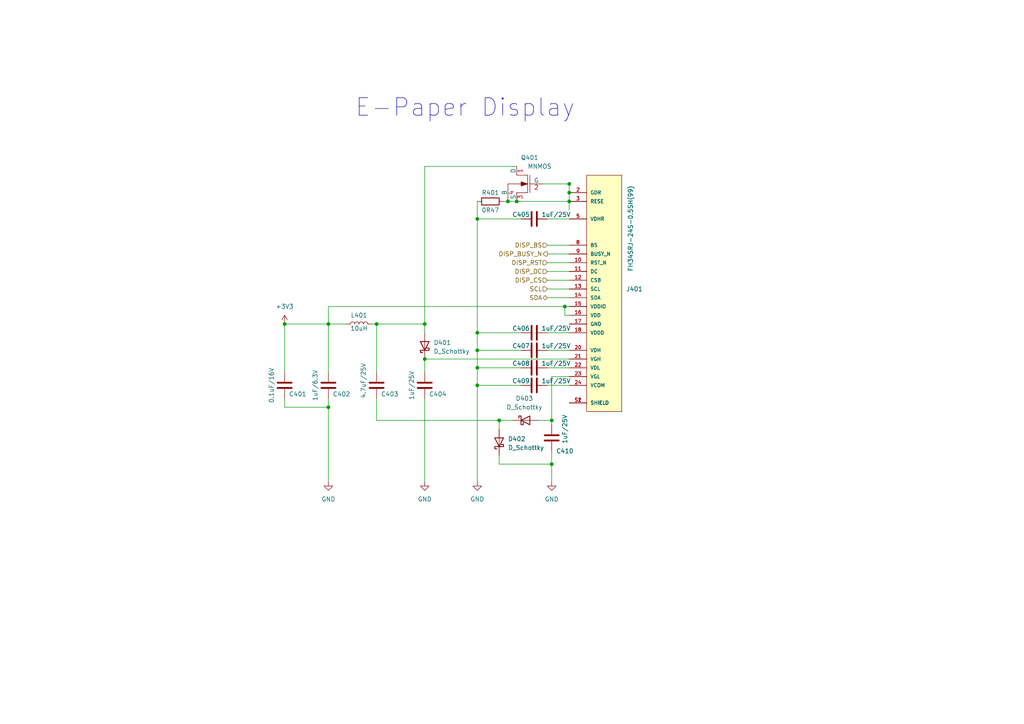
<source format=kicad_sch>
(kicad_sch (version 20211123) (generator eeschema)
  (paper "A4")
  (title_block (title "FabReader2") (date "2022-05-22") (rev "0.1") (company "RLKM UG (haftungsbeschränkt)") (comment 1 "Autoren: Joseph Langosch, Kai Kriegel"))
  (lib_symbols
    (symbol "Device:C" (pin_numbers hide) (pin_names (offset 0.254))
      (property "Reference" "C" (at 0.635 2.54 0))
      (property "Value" "C" (at 0.635 -2.54 0))
      (symbol "C_0_1"
        (polyline (pts (xy -2.032 -0.762) (xy 2.032 -0.762)) (stroke (width 0.508)))
        (polyline (pts (xy -2.032 0.762) (xy 2.032 0.762)) (stroke (width 0.508)))
      )
      (symbol "C_1_1"
        (pin passive line (at 0 3.81 270) (length 2.794) (name "~") (number "1"))
        (pin passive line (at 0 -3.81 90) (length 2.794) (name "~") (number "2"))
      )
    )
    (symbol "Device:D_Schottky" (pin_numbers hide) (pin_names (offset 1.016) hide)
      (property "Reference" "D" (at 0 2.54 0))
      (property "Value" "D_Schottky" (at 0 -2.54 0))
      (symbol "D_Schottky_0_1"
        (polyline (pts (xy 1.27 0) (xy -1.27 0)))
        (polyline (pts (xy 1.27 1.27) (xy 1.27 -1.27) (xy -1.27 0) (xy 1.27 1.27)) (stroke (width 0.254)))
        (polyline (pts (xy -1.905 0.635) (xy -1.905 1.27) (xy -1.27 1.27) (xy -1.27 -1.27) (xy -0.635 -1.27) (xy -0.635 -0.635)) (stroke (width 0.254)))
      )
      (symbol "D_Schottky_1_1"
        (pin passive line (at -3.81 0 0) (length 2.54) (name "K") (number "1"))
        (pin passive line (at 3.81 0 180) (length 2.54) (name "A") (number "2"))
      )
    )
    (symbol "Device:L" (pin_numbers hide) (pin_names (offset 1.016) hide)
      (property "Reference" "L" (at -1.27 0 90))
      (property "Value" "L" (at 1.905 0 90))
      (symbol "L_0_1"
        (arc (start 0 -2.54) (mid 0.635 -1.905) (end 0 -1.27))
        (arc (start 0 -1.27) (mid 0.635 -0.635) (end 0 0))
        (arc (start 0 0) (mid 0.635 0.635) (end 0 1.27))
        (arc (start 0 1.27) (mid 0.635 1.905) (end 0 2.54))
      )
      (symbol "L_1_1"
        (pin passive line (at 0 3.81 270) (length 1.27) (name "1") (number "1"))
        (pin passive line (at 0 -3.81 90) (length 1.27) (name "2") (number "2"))
      )
    )
    (symbol "Device:R" (pin_numbers hide) (pin_names (offset 0))
      (property "Reference" "R" (at 2.032 0 90))
      (property "Value" "R" (at 0 0 90))
      (symbol "R_0_1"
        (rectangle (start -1.016 -2.54) (end 1.016 2.54) (stroke (width 0.254)))
      )
      (symbol "R_1_1"
        (pin passive line (at 0 3.81 270) (length 1.27) (name "~") (number "1"))
        (pin passive line (at 0 -3.81 90) (length 1.27) (name "~") (number "2"))
      )
    )
    (symbol "FH34SRJ-24S-0.5SH_99_:FH34SRJ-24S-0.5SH(99)" (pin_names (offset 1.016))
      (property "Reference" "J1" (at 6.35 0.0001 0))
      (property "Value" "FH34SRJ-24S-0.5SH(99)" (at 6.35 -2.5399 0))
      (symbol "FH34SRJ-24S-0.5SH(99)_0_0"
        (rectangle (start -5.08 -35.56) (end 5.08 33.02) (fill (type background)))
        (pin passive line (at -10.16 30.48 0) (length 5.08) hide (name "NC") (number "1"))
        (pin passive line (at -10.16 7.62 0) (length 5.08) (name "RST_N") (number "10"))
        (pin passive line (at -10.16 5.08 0) (length 5.08) (name "DC") (number "11"))
        (pin passive line (at -10.16 2.54 0) (length 5.08) (name "CSB") (number "12"))
        (pin passive line (at -10.16 0 0) (length 5.08) (name "SCL") (number "13"))
        (pin passive line (at -10.16 -2.54 0) (length 5.08) (name "SDA") (number "14"))
        (pin passive line (at -10.16 -5.08 0) (length 5.08) (name "VDDIO") (number "15"))
        (pin passive line (at -10.16 -7.62 0) (length 5.08) (name "VDD") (number "16"))
        (pin passive line (at -10.16 -10.16 0) (length 5.08) (name "GND") (number "17"))
        (pin passive line (at -10.16 -12.7 0) (length 5.08) (name "VDDD") (number "18"))
        (pin passive line (at -10.16 -15.24 0) (length 5.08) hide (name "NC") (number "19"))
        (pin passive line (at -10.16 27.94 0) (length 5.08) (name "GDR") (number "2"))
        (pin passive line (at -10.16 -17.78 0) (length 5.08) (name "VDH") (number "20"))
        (pin passive line (at -10.16 -20.32 0) (length 5.08) (name "VGH") (number "21"))
        (pin passive line (at -10.16 -22.86 0) (length 5.08) (name "VDL") (number "22"))
        (pin passive line (at -10.16 -25.4 0) (length 5.08) (name "VGL") (number "23"))
        (pin passive line (at -10.16 -27.94 0) (length 5.08) (name "VCOM") (number "24"))
        (pin passive line (at -10.16 25.4 0) (length 5.08) (name "RESE") (number "3"))
        (pin passive line (at -10.16 22.86 0) (length 5.08) hide (name "NC") (number "4"))
        (pin passive line (at -10.16 20.32 0) (length 5.08) (name "VDHR") (number "5"))
        (pin passive line (at -10.16 17.78 0) (length 5.08) hide (name "NC") (number "6"))
        (pin passive line (at -10.16 15.24 0) (length 5.08) hide (name "NC") (number "7"))
        (pin passive line (at -10.16 12.7 0) (length 5.08) (name "BS") (number "8"))
        (pin passive line (at -10.16 10.16 0) (length 5.08) (name "BUSY_N") (number "9"))
        (pin passive line (at -10.16 -33.02 0) (length 5.08) (name "SHIELD") (number "S1"))
        (pin passive line (at -10.16 -33.02 0) (length 5.08) (name "SHIELD") (number "S2"))
      )
    )
    (symbol "power:+3V3" (power) (pin_names (offset 0))
      (property "Value" "+3V3" (at 0 3.556 0))
      (symbol "+3V3_0_1"
        (polyline (pts (xy -0.762 1.27) (xy 0 2.54)))
        (polyline (pts (xy 0 0) (xy 0 2.54)))
        (polyline (pts (xy 0 2.54) (xy 0.762 1.27)))
      )
      (symbol "+3V3_1_1"
        (pin power_in line (at 0 0 90) (length 0) hide (name "+3V3") (number "1"))
      )
    )
    (symbol "power:GND" (power) (pin_names (offset 0))
      (property "Value" "GND" (at 0 -3.81 0))
      (symbol "GND_0_1"
        (polyline (pts (xy 0 0) (xy 0 -1.27) (xy 1.27 -1.27) (xy 0 -2.54) (xy -1.27 -1.27) (xy 0 -1.27)))
      )
      (symbol "GND_1_1"
        (pin power_in line (at 0 0 270) (length 0) hide (name "GND") (number "1"))
      )
    )
    (symbol "pspice:MNMOS" (pin_names (offset 0))
      (property "Reference" "M" (at 7.62 1.27 0))
      (property "Value" "MNMOS" (at 7.62 -1.27 0))
      (symbol "MNMOS_0_1"
        (polyline (pts (xy -1.27 -2.54) (xy -1.27 2.54)))
        (polyline (pts (xy -0.635 -2.54) (xy 2.54 -2.54)))
        (polyline (pts (xy 2.54 2.54) (xy -0.635 2.54)))
        (polyline (pts (xy 5.08 0) (xy -0.635 0)))
        (polyline (pts (xy -0.635 0) (xy 1.27 0.635) (xy 1.27 -0.635) (xy -0.635 0)) (fill (type outline)))
      )
      (symbol "MNMOS_1_1"
        (polyline (pts (xy -0.635 -2.54) (xy -0.635 2.54)))
        (pin passive line (at 2.54 5.08 270) (length 2.54) (name "D") (number "1"))
        (pin input line (at -5.08 0 0) (length 3.81) (name "G") (number "2"))
        (pin passive line (at 2.54 -5.08 90) (length 2.54) (name "S") (number "3"))
        (pin input line (at 5.08 -5.08 90) (length 5.08) (name "B") (number "4"))
      )
    )
  )
  (junction (at 138.43 96.52))
  (junction (at 138.43 101.6))
  (junction (at 82.55 93.98))
  (junction (at 165.1 53.34))
  (junction (at 144.78 121.92))
  (junction (at 160.02 121.92))
  (junction (at 95.25 118.11))
  (junction (at 138.43 111.76))
  (junction (at 95.25 93.98))
  (junction (at 160.02 134.62))
  (junction (at 165.1 58.42))
  (junction (at 109.22 93.98))
  (junction (at 123.19 104.14))
  (junction (at 149.86 58.42))
  (junction (at 163.83 88.9))
  (junction (at 147.32 58.42))
  (junction (at 138.43 63.5))
  (junction (at 138.43 106.68))
  (junction (at 165.1 55.88))
  (junction (at 123.19 93.98))
  (wire (pts (xy 138.43 96.52) (xy 138.43 63.5)))
  (wire (pts (xy 144.78 134.62) (xy 160.02 134.62)))
  (wire (pts (xy 138.43 63.5) (xy 151.13 63.5)))
  (wire (pts (xy 123.19 115.57) (xy 123.19 139.7)))
  (wire (pts (xy 158.75 83.82) (xy 165.1 83.82)))
  (wire (pts (xy 138.43 106.68) (xy 138.43 101.6)))
  (wire (pts (xy 165.1 58.42) (xy 165.1 55.88)))
  (wire (pts (xy 158.75 71.12) (xy 165.1 71.12)))
  (wire (pts (xy 163.83 88.9) (xy 163.83 91.44)))
  (wire (pts (xy 158.75 106.68) (xy 165.1 106.68)))
  (wire (pts (xy 158.75 101.6) (xy 165.1 101.6)))
  (wire (pts (xy 109.22 121.92) (xy 144.78 121.92)))
  (wire (pts (xy 138.43 101.6) (xy 138.43 96.52)))
  (wire (pts (xy 95.25 107.95) (xy 95.25 93.98)))
  (wire (pts (xy 123.19 96.52) (xy 123.19 93.98)))
  (wire (pts (xy 158.75 86.36) (xy 165.1 86.36)))
  (wire (pts (xy 138.43 101.6) (xy 151.13 101.6)))
  (wire (pts (xy 160.02 134.62) (xy 160.02 139.7)))
  (wire (pts (xy 107.95 93.98) (xy 109.22 93.98)))
  (wire (pts (xy 109.22 107.95) (xy 109.22 93.98)))
  (wire (pts (xy 156.21 121.92) (xy 160.02 121.92)))
  (wire (pts (xy 95.25 88.9) (xy 163.83 88.9)))
  (wire (pts (xy 149.86 58.42) (xy 165.1 58.42)))
  (wire (pts (xy 158.75 111.76) (xy 165.1 111.76)))
  (wire (pts (xy 158.75 73.66) (xy 165.1 73.66)))
  (wire (pts (xy 138.43 96.52) (xy 151.13 96.52)))
  (wire (pts (xy 123.19 104.14) (xy 165.1 104.14)))
  (wire (pts (xy 144.78 132.08) (xy 144.78 134.62)))
  (wire (pts (xy 138.43 58.42) (xy 138.43 63.5)))
  (wire (pts (xy 138.43 111.76) (xy 138.43 139.7)))
  (wire (pts (xy 82.55 93.98) (xy 95.25 93.98)))
  (wire (pts (xy 165.1 88.9) (xy 163.83 88.9)))
  (wire (pts (xy 109.22 115.57) (xy 109.22 121.92)))
  (wire (pts (xy 138.43 111.76) (xy 138.43 106.68)))
  (wire (pts (xy 148.59 121.92) (xy 144.78 121.92)))
  (wire (pts (xy 95.25 115.57) (xy 95.25 118.11)))
  (wire (pts (xy 165.1 53.34) (xy 165.1 55.88)))
  (wire (pts (xy 158.75 63.5) (xy 165.1 63.5)))
  (wire (pts (xy 158.75 76.2) (xy 165.1 76.2)))
  (wire (pts (xy 158.75 96.52) (xy 165.1 96.52)))
  (wire (pts (xy 123.19 48.26) (xy 123.19 93.98)))
  (wire (pts (xy 158.75 81.28) (xy 165.1 81.28)))
  (wire (pts (xy 146.05 58.42) (xy 147.32 58.42)))
  (wire (pts (xy 160.02 130.81) (xy 160.02 134.62)))
  (wire (pts (xy 151.13 111.76) (xy 138.43 111.76)))
  (wire (pts (xy 82.55 115.57) (xy 82.55 118.11)))
  (wire (pts (xy 163.83 91.44) (xy 165.1 91.44)))
  (wire (pts (xy 123.19 104.14) (xy 123.19 107.95)))
  (wire (pts (xy 95.25 93.98) (xy 95.25 88.9)))
  (wire (pts (xy 147.32 58.42) (xy 149.86 58.42)))
  (wire (pts (xy 160.02 109.22) (xy 160.02 121.92)))
  (wire (pts (xy 165.1 109.22) (xy 160.02 109.22)))
  (wire (pts (xy 165.1 58.42) (xy 165.1 60.96)))
  (wire (pts (xy 95.25 118.11) (xy 95.25 139.7)))
  (wire (pts (xy 95.25 93.98) (xy 100.33 93.98)))
  (wire (pts (xy 158.75 78.74) (xy 165.1 78.74)))
  (wire (pts (xy 144.78 121.92) (xy 144.78 124.46)))
  (wire (pts (xy 123.19 48.26) (xy 149.86 48.26)))
  (wire (pts (xy 82.55 118.11) (xy 95.25 118.11)))
  (wire (pts (xy 138.43 106.68) (xy 151.13 106.68)))
  (wire (pts (xy 160.02 121.92) (xy 160.02 123.19)))
  (wire (pts (xy 109.22 93.98) (xy 123.19 93.98)))
  (wire (pts (xy 82.55 107.95) (xy 82.55 93.98)))
  (wire (pts (xy 157.48 53.34) (xy 165.1 53.34)))
  (text "E-Paper Display" (at 102.87 34.29 0) (effects (font (size 5.08 5.08)) (justify left bottom)))
  (hierarchical_label "DISP_DC" (shape input) (at 158.75 78.74 180))
  (hierarchical_label "DISP_BS" (shape input) (at 158.75 71.12 180))
  (hierarchical_label "SCL" (shape input) (at 158.75 83.82 180))
  (hierarchical_label "DISP_RST" (shape input) (at 158.75 76.2 180))
  (hierarchical_label "DISP_BUSY_N" (shape output) (at 158.75 73.66 180))
  (hierarchical_label "SDA" (shape bidirectional) (at 158.75 86.36 180))
  (hierarchical_label "DISP_CS" (shape input) (at 158.75 81.28 180))
  (symbol (lib_id "Device:L") (at 104.14 93.98 90) (unit 1)
    (property "Reference" "L401" (at 104.14 91.44 90))
    (property "Value" "10uH" (at 104.14 95.25 90))
    (property "Footprint" "ASPI-2515:L_Abracon_ASPI-2515" (effects hide))
  )
  (symbol (lib_id "Device:C") (at 154.94 106.68 90) (unit 1)
    (property "Reference" "C408" (at 151.13 105.41 90))
    (property "Value" "1uF/25V" (at 161.29 105.41 90))
    (property "Footprint" "Capacitor_SMD:C_0603_1608Metric" (effects hide))
  )
  (symbol (lib_id "power:GND") (at 123.19 139.7 0) (unit 1)
    (property "Reference" "#PWR0403" (effects hide))
    (property "Value" "GND" (at 123.19 144.78 0))
  )
  (symbol (lib_id "Device:C") (at 154.94 96.52 90) (unit 1)
    (property "Reference" "C406" (at 151.13 95.25 90))
    (property "Value" "1uF/25V" (at 161.29 95.25 90))
    (property "Footprint" "Capacitor_SMD:C_0603_1608Metric" (effects hide))
  )
  (symbol (lib_id "power:+3V3") (at 82.55 93.98 0) (unit 1)
    (property "Reference" "#PWR0401" (effects hide))
    (property "Value" "+3V3" (at 82.55 88.9 0))
  )
  (symbol (lib_id "Device:D_Schottky") (at 123.19 100.33 90) (unit 1)
    (property "Reference" "D401" (at 125.73 99.3774 90) (effects (justify right)))
    (property "Value" "D_Schottky" (at 125.73 101.9174 90) (effects (justify right)))
    (property "Footprint" "Diode_SMD:D_SOD-123F" (effects hide))
  )
  (symbol (lib_id "Device:C") (at 95.25 111.76 180) (unit 1)
    (property "Reference" "C402" (at 99.06 114.3 0))
    (property "Value" "1uF/6.3V" (at 91.44 111.76 90))
    (property "Footprint" "Capacitor_SMD:C_0603_1608Metric" (effects hide))
  )
  (symbol (lib_id "Device:C") (at 160.02 127 0) (unit 1)
    (property "Reference" "C410" (at 163.83 130.81 0))
    (property "Value" "1uF/25V" (at 163.83 124.46 90))
    (property "Footprint" "Capacitor_SMD:C_0603_1608Metric" (effects hide))
  )
  (symbol (lib_id "Device:C") (at 123.19 111.76 180) (unit 1)
    (property "Reference" "C404" (at 127 114.3 0))
    (property "Value" "1uF/25V" (at 119.38 111.76 90))
    (property "Footprint" "Capacitor_SMD:C_0603_1608Metric" (effects hide))
  )
  (symbol (lib_id "Device:C") (at 154.94 63.5 90) (unit 1)
    (property "Reference" "C405" (at 151.13 62.23 90))
    (property "Value" "1uF/25V" (at 161.29 62.23 90))
    (property "Footprint" "Capacitor_SMD:C_0603_1608Metric" (effects hide))
  )
  (symbol (lib_id "Device:R") (at 142.24 58.42 90) (unit 1)
    (property "Reference" "R401" (at 142.24 55.88 90))
    (property "Value" "0R47" (at 142.24 60.96 90))
    (property "Footprint" "Resistor_SMD:R_0603_1608Metric" (effects hide))
  )
  (symbol (lib_id "Device:C") (at 154.94 101.6 90) (unit 1)
    (property "Reference" "C407" (at 151.13 100.33 90))
    (property "Value" "1uF/25V" (at 161.29 100.33 90))
    (property "Footprint" "Capacitor_SMD:C_0603_1608Metric" (effects hide))
  )
  (symbol (lib_id "Device:D_Schottky") (at 152.4 121.92 0) (unit 1)
    (property "Reference" "D403" (at 152.0825 115.57 0))
    (property "Value" "D_Schottky" (at 152.0825 118.11 0))
    (property "Footprint" "Diode_SMD:D_SOD-123F" (effects hide))
  )
  (symbol (lib_id "pspice:MNMOS") (at 152.4 53.34 0) (mirror y) (unit 1)
    (property "Reference" "Q401" (at 156.21 45.72 0) (effects (justify left)))
    (property "Value" "MNMOS" (at 160.02 48.26 0) (effects (justify left)))
    (property "Footprint" "Package_TO_SOT_SMD:SOT-23" (effects hide))
  )
  (symbol (lib_id "Device:D_Schottky") (at 144.78 128.27 90) (unit 1)
    (property "Reference" "D402" (at 147.32 127.3174 90) (effects (justify right)))
    (property "Value" "D_Schottky" (at 147.32 129.8574 90) (effects (justify right)))
    (property "Footprint" "Diode_SMD:D_SOD-123F" (effects hide))
  )
  (symbol (lib_id "power:GND") (at 160.02 139.7 0) (unit 1)
    (property "Reference" "#PWR0405" (effects hide))
    (property "Value" "GND" (at 160.02 144.78 0))
  )
  (symbol (lib_id "FH34SRJ-24S-0.5SH_99_:FH34SRJ-24S-0.5SH(99)") (at 175.26 83.82 0) (unit 1)
    (property "Reference" "J401" (at 181.61 83.8199 0) (effects (justify left)))
    (property "Value" "FH34SRJ-24S-0.5SH(99)" (at 182.88 78.74 90) (effects (justify left)))
    (property "Footprint" "FH34SRJ-24S-0:HRS_FH34SRJ-24S-0.5SH(99)" (effects hide))
    (property "MANUFACTURER" "HIROSE ELECTRIC" (effects hide))
    (property "MAXIMUM_PACKAGE_HEIGHT" "1.75mm" (effects hide))
    (property "PARTREV" "NA" (effects hide))
    (property "STANDARD" "Manufacturer Recommendations" (effects hide))
  )
  (symbol (lib_id "Device:C") (at 82.55 111.76 180) (unit 1)
    (property "Reference" "C401" (at 86.36 114.3 0))
    (property "Value" "0.1uF/16V" (at 78.74 111.76 90))
    (property "Footprint" "Capacitor_SMD:C_0603_1608Metric" (effects hide))
  )
  (symbol (lib_id "Device:C") (at 109.22 111.76 0) (unit 1)
    (property "Reference" "C403" (at 110.49 114.3 0) (effects (justify left)))
    (property "Value" "4.7uF/25V" (at 105.41 115.57 90) (effects (justify left)))
    (property "Footprint" "Capacitor_SMD:C_0603_1608Metric" (effects hide))
  )
  (symbol (lib_id "power:GND") (at 138.43 139.7 0) (unit 1)
    (property "Reference" "#PWR0404" (effects hide))
    (property "Value" "GND" (at 138.43 144.78 0))
  )
  (symbol (lib_id "Device:C") (at 154.94 111.76 90) (unit 1)
    (property "Reference" "C409" (at 151.13 110.49 90))
    (property "Value" "1uF/25V" (at 161.29 110.49 90))
    (property "Footprint" "Capacitor_SMD:C_0603_1608Metric" (effects hide))
  )
  (symbol (lib_id "power:GND") (at 95.25 139.7 0) (unit 1)
    (property "Reference" "#PWR0402" (effects hide))
    (property "Value" "GND" (at 95.25 144.78 0))
  )
)
</source>
